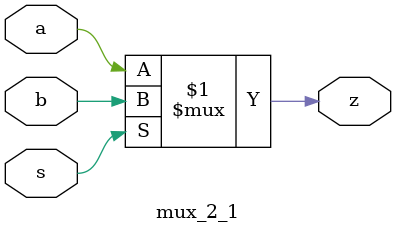
<source format=sv>
`timescale 1ns / 1ps


module mux_2_1(
    input a,
    input b,
    input s,
    output z
    );
    assign z = s ? b : a;    
endmodule

</source>
